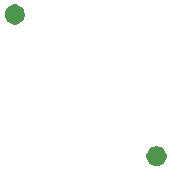
<source format=gbs>
G04 #@! TF.GenerationSoftware,KiCad,Pcbnew,(5.1.5-0-10_14)*
G04 #@! TF.CreationDate,2020-08-30T09:08:57+09:00*
G04 #@! TF.ProjectId,BreadboardController,42726561-6462-46f6-9172-64436f6e7472,2.0*
G04 #@! TF.SameCoordinates,Original*
G04 #@! TF.FileFunction,Soldermask,Bot*
G04 #@! TF.FilePolarity,Negative*
%FSLAX46Y46*%
G04 Gerber Fmt 4.6, Leading zero omitted, Abs format (unit mm)*
G04 Created by KiCad (PCBNEW (5.1.5-0-10_14)) date 2020-08-30 09:08:57*
%MOMM*%
%LPD*%
G04 APERTURE LIST*
%ADD10C,0.100000*%
G04 APERTURE END LIST*
D10*
G36*
X135248228Y-95181703D02*
G01*
X135403100Y-95245853D01*
X135542481Y-95338985D01*
X135661015Y-95457519D01*
X135754147Y-95596900D01*
X135818297Y-95751772D01*
X135851000Y-95916184D01*
X135851000Y-96083816D01*
X135818297Y-96248228D01*
X135754147Y-96403100D01*
X135661015Y-96542481D01*
X135542481Y-96661015D01*
X135403100Y-96754147D01*
X135248228Y-96818297D01*
X135083816Y-96851000D01*
X134916184Y-96851000D01*
X134751772Y-96818297D01*
X134596900Y-96754147D01*
X134457519Y-96661015D01*
X134338985Y-96542481D01*
X134245853Y-96403100D01*
X134181703Y-96248228D01*
X134149000Y-96083816D01*
X134149000Y-95916184D01*
X134181703Y-95751772D01*
X134245853Y-95596900D01*
X134338985Y-95457519D01*
X134457519Y-95338985D01*
X134596900Y-95245853D01*
X134751772Y-95181703D01*
X134916184Y-95149000D01*
X135083816Y-95149000D01*
X135248228Y-95181703D01*
G37*
G36*
X123248228Y-83181703D02*
G01*
X123403100Y-83245853D01*
X123542481Y-83338985D01*
X123661015Y-83457519D01*
X123754147Y-83596900D01*
X123818297Y-83751772D01*
X123851000Y-83916184D01*
X123851000Y-84083816D01*
X123818297Y-84248228D01*
X123754147Y-84403100D01*
X123661015Y-84542481D01*
X123542481Y-84661015D01*
X123403100Y-84754147D01*
X123248228Y-84818297D01*
X123083816Y-84851000D01*
X122916184Y-84851000D01*
X122751772Y-84818297D01*
X122596900Y-84754147D01*
X122457519Y-84661015D01*
X122338985Y-84542481D01*
X122245853Y-84403100D01*
X122181703Y-84248228D01*
X122149000Y-84083816D01*
X122149000Y-83916184D01*
X122181703Y-83751772D01*
X122245853Y-83596900D01*
X122338985Y-83457519D01*
X122457519Y-83338985D01*
X122596900Y-83245853D01*
X122751772Y-83181703D01*
X122916184Y-83149000D01*
X123083816Y-83149000D01*
X123248228Y-83181703D01*
G37*
M02*

</source>
